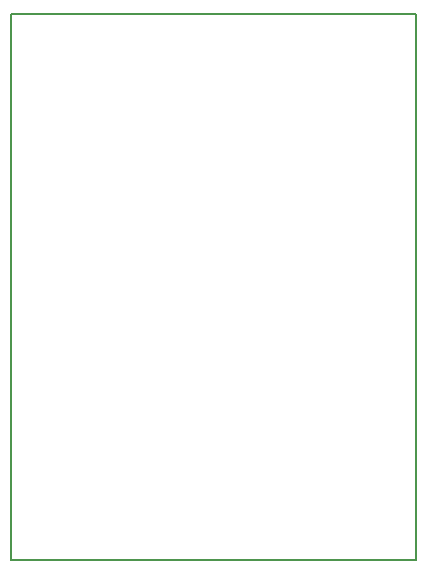
<source format=gm1>
G04 #@! TF.GenerationSoftware,KiCad,Pcbnew,5.0.1+dfsg1-2*
G04 #@! TF.CreationDate,2018-12-02T20:23:19+01:00*
G04 #@! TF.ProjectId,rj45-sk6812-adapter,726A34352D736B363831322D61646170,rev?*
G04 #@! TF.SameCoordinates,Original*
G04 #@! TF.FileFunction,Profile,NP*
%FSLAX46Y46*%
G04 Gerber Fmt 4.6, Leading zero omitted, Abs format (unit mm)*
G04 Created by KiCad (PCBNEW 5.0.1+dfsg1-2) date So 02 Dez 2018 20:23:19 CET*
%MOMM*%
%LPD*%
G01*
G04 APERTURE LIST*
%ADD10C,0.150000*%
G04 APERTURE END LIST*
D10*
X161290000Y-103124000D02*
X161290000Y-56896000D01*
X161290000Y-56896000D02*
X127000000Y-56896000D01*
X127000000Y-103124000D02*
X161290000Y-103124000D01*
X127000000Y-56896000D02*
X127000000Y-103124000D01*
M02*

</source>
